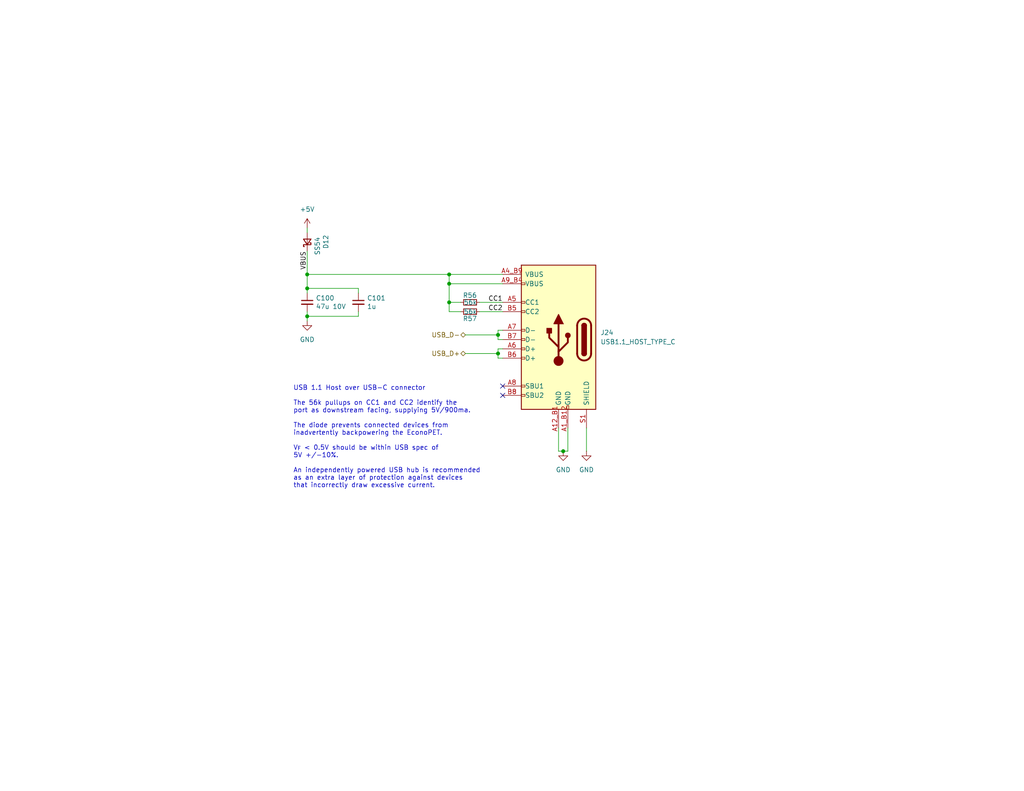
<source format=kicad_sch>
(kicad_sch (version 20231120) (generator "eeschema") (generator_version "8.0")
  (paper "A")
  (title_block (title "EconoPET 40/8096") (date "2023-10-01") (rev "A"))
  (lib_symbols
    (symbol "Device:C_Small" (pin_numbers hide) (pin_names (offset 0.254) hide)
      (property "Reference" "C" (at 0.254 1.778 0))
      (property "Value" "C_Small" (at 0.254 -2.032 0))
      (symbol "C_Small_0_1"
        (polyline (pts (xy -1.524 -0.508) (xy 1.524 -0.508)) (stroke (width 0.3302)))
        (polyline (pts (xy -1.524 0.508) (xy 1.524 0.508)) (stroke (width 0.3048)))
      )
      (symbol "C_Small_1_1"
        (pin passive line (at 0 2.54 270) (length 2.032) (name "~") (number "1"))
        (pin passive line (at 0 -2.54 90) (length 2.032) (name "~") (number "2"))
      )
    )
    (symbol "Device:D_Schottky_Small" (pin_numbers hide) (pin_names (offset 0.254) hide)
      (property "Reference" "D" (at -1.27 2.032 0))
      (property "Value" "D_Schottky_Small" (at -7.112 -2.032 0))
      (symbol "D_Schottky_Small_0_1"
        (polyline (pts (xy -0.762 0) (xy 0.762 0)))
        (polyline (pts (xy 0.762 -1.016) (xy -0.762 0) (xy 0.762 1.016) (xy 0.762 -1.016)) (stroke (width 0.254)))
        (polyline (pts (xy -1.27 0.762) (xy -1.27 1.016) (xy -0.762 1.016) (xy -0.762 -1.016) (xy -0.254 -1.016) (xy -0.254 -0.762)) (stroke (width 0.254)))
      )
      (symbol "D_Schottky_Small_1_1"
        (pin passive line (at -2.54 0 0) (length 1.778) (name "K") (number "1"))
        (pin passive line (at 2.54 0 180) (length 1.778) (name "A") (number "2"))
      )
    )
    (symbol "Device:R_Small" (pin_numbers hide) (pin_names (offset 0.254) hide)
      (property "Reference" "R" (at 0.762 0.508 0))
      (property "Value" "R_Small" (at 0.762 -1.016 0))
      (symbol "R_Small_0_1"
        (rectangle (start -0.762 1.778) (end 0.762 -1.778) (stroke (width 0.2032)))
      )
      (symbol "R_Small_1_1"
        (pin passive line (at 0 2.54 270) (length 0.762) (name "~") (number "1"))
        (pin passive line (at 0 -2.54 90) (length 0.762) (name "~") (number "2"))
      )
    )
    (symbol "JLCPCB:USB_C_Receptacle_USB2.0" (pin_names (offset 1.016))
      (property "Reference" "J14" (at 0 25.4 0))
      (property "Value" "USB2.0_HOST_TYPE_C" (at 0 22.86 0))
      (symbol "USB_C_Receptacle_USB2.0_0_0"
        (rectangle (start -2.794 -19.05) (end -2.286 -18.034))
        (rectangle (start 10.16 -14.986) (end 9.144 -15.494))
        (rectangle (start 10.16 -12.446) (end 9.144 -12.954))
        (rectangle (start 10.16 -4.826) (end 9.144 -5.334))
        (rectangle (start 10.16 -2.286) (end 9.144 -2.794))
        (rectangle (start 10.16 0.254) (end 9.144 -0.254))
        (rectangle (start 10.16 2.794) (end 9.144 2.286))
        (rectangle (start 10.16 7.874) (end 9.144 7.366))
        (rectangle (start 10.16 10.414) (end 9.144 9.906))
        (rectangle (start 10.16 15.494) (end 9.144 14.986))
      )
      (symbol "USB_C_Receptacle_USB2.0_0_1"
        (rectangle (start -10.16 20.32) (end 10.16 -19.05) (stroke (width 0.254)) (fill (type background)))
        (arc (start -8.89 -3.81) (mid -6.985 -5.7066) (end -5.08 -3.81) (stroke (width 0.508)))
        (arc (start -7.62 -3.81) (mid -6.985 -4.4422) (end -6.35 -3.81) (stroke (width 0.254)))
        (arc (start -7.62 -3.81) (mid -6.985 -4.4422) (end -6.35 -3.81) (stroke (width 0.254)) (fill (type outline)))
        (rectangle (start -7.62 -3.81) (end -6.35 3.81) (stroke (width 0.254)) (fill (type outline)))
        (arc (start -6.35 3.81) (mid -6.985 4.4422) (end -7.62 3.81) (stroke (width 0.254)))
        (arc (start -6.35 3.81) (mid -6.985 4.4422) (end -7.62 3.81) (stroke (width 0.254)) (fill (type outline)))
        (arc (start -5.08 3.81) (mid -6.985 5.7066) (end -8.89 3.81) (stroke (width 0.508)))
        (circle (center -2.54 1.143) (radius 0.635) (stroke (width 0.254)) (fill (type outline)))
        (circle (center 0 -5.842) (radius 1.27) (fill (type outline)))
        (polyline (pts (xy -8.89 -3.81) (xy -8.89 3.81)) (stroke (width 0.508)))
        (polyline (pts (xy -5.08 3.81) (xy -5.08 -3.81)) (stroke (width 0.508)))
        (polyline (pts (xy 0 -5.842) (xy 0 4.318)) (stroke (width 0.508)))
        (polyline (pts (xy 0 -3.302) (xy -2.54 -0.762) (xy -2.54 0.508)) (stroke (width 0.508)))
        (polyline (pts (xy 0 -2.032) (xy 2.54 0.508) (xy 2.54 1.778)) (stroke (width 0.508)))
        (polyline (pts (xy -1.27 4.318) (xy 0 6.858) (xy 1.27 4.318) (xy -1.27 4.318)) (stroke (width 0.254)) (fill (type outline)))
        (rectangle (start 1.905 1.778) (end 3.175 3.048) (stroke (width 0.254)) (fill (type outline)))
      )
      (symbol "USB_C_Receptacle_USB2.0_1_1"
        (pin passive line (at 0 -24.13 90) (length 5.08) (name "GND") (number "A12_B1"))
        (pin passive line (at -2.54 -24.13 90) (length 5.08) (name "GND") (number "A1_B12"))
        (pin passive line (at 15.24 17.78 180) (length 5.08) (name "VBUS") (number "A4_B9"))
        (pin bidirectional line (at 15.24 10.16 180) (length 5.08) (name "CC1") (number "A5"))
        (pin bidirectional line (at 15.24 -2.54 180) (length 5.08) (name "D+") (number "A6"))
        (pin bidirectional line (at 15.24 2.54 180) (length 5.08) (name "D-") (number "A7"))
        (pin bidirectional line (at 15.24 -12.7 180) (length 5.08) (name "SBU1") (number "A8"))
        (pin passive line (at 15.24 15.24 180) (length 5.08) (name "VBUS") (number "A9_B4"))
        (pin bidirectional line (at 15.24 7.62 180) (length 5.08) (name "CC2") (number "B5"))
        (pin bidirectional line (at 15.24 -5.08 180) (length 5.08) (name "D+") (number "B6"))
        (pin bidirectional line (at 15.24 0 180) (length 5.08) (name "D-") (number "B7"))
        (pin bidirectional line (at 15.24 -15.24 180) (length 5.08) (name "SBU2") (number "B8"))
        (pin passive line (at -7.62 -24.13 90) (length 5.08) (name "SHIELD") (number "S1"))
      )
    )
    (symbol "power:+5V" (power) (pin_names (offset 0))
      (property "Value" "+5V" (at 0 3.556 0))
      (symbol "+5V_0_1"
        (polyline (pts (xy -0.762 1.27) (xy 0 2.54)))
        (polyline (pts (xy 0 0) (xy 0 2.54)))
        (polyline (pts (xy 0 2.54) (xy 0.762 1.27)))
      )
      (symbol "+5V_1_1"
        (pin power_in line (at 0 0 90) (length 0) hide (name "+5V") (number "1"))
      )
    )
    (symbol "power:GND" (power) (pin_numbers hide) (pin_names (offset 0) hide)
      (property "Value" "GND" (at 0 -3.81 0))
      (symbol "GND_0_1"
        (polyline (pts (xy 0 0) (xy 0 -1.27) (xy 1.27 -1.27) (xy 0 -2.54) (xy -1.27 -1.27) (xy 0 -1.27)))
      )
      (symbol "GND_1_1"
        (pin power_in line (at 0 0 270) (length 0) (name "~") (number "1"))
      )
    )
  )
  (junction (at 153.67 123.19))
  (junction (at 122.555 77.47))
  (junction (at 83.82 78.74))
  (junction (at 83.82 74.93))
  (junction (at 83.82 86.36))
  (junction (at 135.89 96.52))
  (junction (at 135.89 91.44))
  (junction (at 122.555 82.55))
  (junction (at 122.555 74.93))
  (no_connect (at 137.16 105.41))
  (no_connect (at 137.16 107.95))
  (wire (pts (xy 83.82 74.93) (xy 83.82 78.74)))
  (wire (pts (xy 83.82 78.74) (xy 97.79 78.74)))
  (wire (pts (xy 137.16 95.25) (xy 135.89 95.25)))
  (wire (pts (xy 122.555 77.47) (xy 137.16 77.47)))
  (wire (pts (xy 83.82 68.58) (xy 83.82 74.93)))
  (wire (pts (xy 137.16 92.71) (xy 135.89 92.71)))
  (wire (pts (xy 83.82 62.23) (xy 83.82 63.5)))
  (wire (pts (xy 137.16 90.17) (xy 135.89 90.17)))
  (wire (pts (xy 154.94 116.84) (xy 154.94 123.19)))
  (wire (pts (xy 122.555 82.55) (xy 122.555 77.47)))
  (wire (pts (xy 83.82 78.74) (xy 83.82 80.01)))
  (wire (pts (xy 83.82 74.93) (xy 122.555 74.93)))
  (wire (pts (xy 130.81 82.55) (xy 137.16 82.55)))
  (wire (pts (xy 137.16 97.79) (xy 135.89 97.79)))
  (wire (pts (xy 122.555 85.09) (xy 122.555 82.55)))
  (wire (pts (xy 122.555 82.55) (xy 125.73 82.55)))
  (wire (pts (xy 152.4 123.19) (xy 153.67 123.19)))
  (wire (pts (xy 135.89 91.44) (xy 127 91.44)))
  (wire (pts (xy 135.89 96.52) (xy 127 96.52)))
  (wire (pts (xy 83.82 87.63) (xy 83.82 86.36)))
  (wire (pts (xy 122.555 77.47) (xy 122.555 74.93)))
  (wire (pts (xy 152.4 116.84) (xy 152.4 123.19)))
  (wire (pts (xy 97.79 85.09) (xy 97.79 86.36)))
  (wire (pts (xy 83.82 86.36) (xy 97.79 86.36)))
  (wire (pts (xy 135.89 95.25) (xy 135.89 96.52)))
  (wire (pts (xy 83.82 85.09) (xy 83.82 86.36)))
  (wire (pts (xy 135.89 96.52) (xy 135.89 97.79)))
  (wire (pts (xy 135.89 90.17) (xy 135.89 91.44)))
  (wire (pts (xy 122.555 74.93) (xy 137.16 74.93)))
  (wire (pts (xy 153.67 123.19) (xy 154.94 123.19)))
  (wire (pts (xy 135.89 91.44) (xy 135.89 92.71)))
  (wire (pts (xy 97.79 80.01) (xy 97.79 78.74)))
  (wire (pts (xy 160.02 116.84) (xy 160.02 123.19)))
  (wire (pts (xy 125.73 85.09) (xy 122.555 85.09)))
  (wire (pts (xy 130.81 85.09) (xy 137.16 85.09)))
  (text "USB 1.1 Host over USB-C connector\n\nThe 56k pullups on CC1 and CC2 identify the\nport as downstream facing, supplying 5V/900ma.\n\nThe diode prevents connected devices from\ninadvertently backpowering the EconoPET.\n\nV_{F} < 0.5V should be within USB spec of\n5V +/-10%.\n\nAn independently powered USB hub is recommended\nas an extra layer of protection against devices\nthat incorrectly draw excessive current.\n" (at 80.01 133.35 0) (effects (font (size 1.27 1.27)) (justify left bottom)))
  (label "VBUS" (at 83.82 68.58 270))
  (label "CC2" (at 137.16 85.09 180))
  (label "CC1" (at 137.16 82.55 180))
  (hierarchical_label "USB_D+" (shape bidirectional) (at 127 96.52 180))
  (hierarchical_label "USB_D-" (shape bidirectional) (at 127 91.44 180))
  (symbol (lib_id "Device:C_Small") (at 97.79 82.55 0) (unit 1)
    (property "Reference" "C101" (at 100.1268 81.3816 0) (effects (justify left)))
    (property "Value" "1u" (at 100.1268 83.693 0) (effects (justify left)))
    (property "Footprint" "Capacitor_SMD:C_0402_1005Metric" (effects (hide yes)))
    (property "Datasheet" "https://datasheet.lcsc.com/lcsc/2304140030_Samsung-Electro-Mechanics-CL05A105KA5NQNC_C52923.pdf" (effects (hide yes)))
    (property "LCSC" "C52923" (effects (hide yes)))
  )
  (symbol (lib_id "power:GND") (at 83.82 87.63 0) (unit 1)
    (property "Reference" "#PWR0171" (effects (hide yes)))
    (property "Value" "GND" (at 83.82 92.71 0))
    (property "Description" "Power symbol creates a global label with name \"GND\" , ground" (effects (hide yes)))
  )
  (symbol (lib_id "JLCPCB:USB_C_Receptacle_USB2.0") (at 152.4 92.71 0) (mirror y) (unit 1)
    (property "Reference" "J24" (at 163.83 90.8049 0) (effects (justify right)))
    (property "Value" "USB1.1_HOST_TYPE_C" (at 163.83 93.3449 0) (effects (justify right)))
    (property "Footprint" "EconoPET:USB-C_SMD-TYPE-C-31-M-12" (effects (hide yes)))
    (property "Datasheet" "https://datasheet.lcsc.com/lcsc/2205251630_Korean-Hroparts-Elec-TYPE-C-31-M-12_C165948.pdf" (effects (hide yes)))
    (property "LCSC" "C165948" (effects (hide yes)))
  )
  (symbol (lib_id "Device:D_Schottky_Small") (at 83.82 66.04 90) (unit 1)
    (property "Reference" "D12" (at 88.9 66.04 0))
    (property "Value" "SS54" (at 86.614 67.183 0))
    (property "Footprint" "Diode_SMD:D_SMA" (effects (hide yes)))
    (property "Datasheet" "https://datasheet.lcsc.com/lcsc/2303141100_MDD-Microdiode-Electronics--SS54_C22452.pdf" (effects (hide yes)))
    (property "LCSC" "C22452" (effects (hide yes)))
  )
  (symbol (lib_id "Device:R_Small") (at 128.27 85.09 90) (mirror x) (unit 1)
    (property "Reference" "R57" (at 130.175 86.995 90) (effects (justify left)))
    (property "Value" "56k" (at 130.175 85.09 90) (effects (justify left)))
    (property "Footprint" "Resistor_SMD:R_0402_1005Metric" (effects (hide yes)))
    (property "Datasheet" "https://datasheet.lcsc.com/lcsc/2206010100_UNI-ROYAL-Uniroyal-Elec-0402WGF5602TCE_C25796.pdf" (effects (hide yes)))
    (property "LCSC" "C25796" (effects (hide yes)))
  )
  (symbol (lib_id "Device:C_Small") (at 83.82 82.55 0) (unit 1)
    (property "Reference" "C100" (at 86.1568 81.3816 0) (effects (justify left)))
    (property "Value" "47u 10V" (at 86.1568 83.693 0) (effects (justify left)))
    (property "Footprint" "Capacitor_SMD:C_1206_3216Metric" (effects (hide yes)))
    (property "Datasheet" "https://datasheet.lcsc.com/lcsc/2304140030_Samsung-Electro-Mechanics-CL31A476MPHNNNE_C96123.pdf" (effects (hide yes)))
    (property "LCSC" "C96123" (effects (hide yes)))
  )
  (symbol (lib_id "power:+5V") (at 83.82 62.23 0) (mirror y) (unit 1)
    (property "Reference" "#PWR0170" (effects (hide yes)))
    (property "Value" "+5V" (at 83.82 57.15 0))
  )
  (symbol (lib_id "Device:R_Small") (at 128.27 82.55 90) (mirror x) (unit 1)
    (property "Reference" "R56" (at 130.175 80.645 90) (effects (justify left)))
    (property "Value" "56k" (at 130.175 82.55 90) (effects (justify left)))
    (property "Footprint" "Resistor_SMD:R_0402_1005Metric" (effects (hide yes)))
    (property "Datasheet" "https://datasheet.lcsc.com/lcsc/2206010100_UNI-ROYAL-Uniroyal-Elec-0402WGF5602TCE_C25796.pdf" (effects (hide yes)))
    (property "LCSC" "C25796" (effects (hide yes)))
  )
  (symbol (lib_id "power:GND") (at 153.67 123.19 0) (unit 1)
    (property "Reference" "#PWR0172" (effects (hide yes)))
    (property "Value" "GND" (at 153.67 128.27 0))
    (property "Description" "Power symbol creates a global label with name \"GND\" , ground" (effects (hide yes)))
  )
  (symbol (lib_id "power:GND") (at 160.02 123.19 0) (unit 1)
    (property "Reference" "#PWR0173" (effects (hide yes)))
    (property "Value" "GND" (at 160.02 128.27 0))
    (property "Description" "Power symbol creates a global label with name \"GND\" , ground" (effects (hide yes)))
  )
)
</source>
